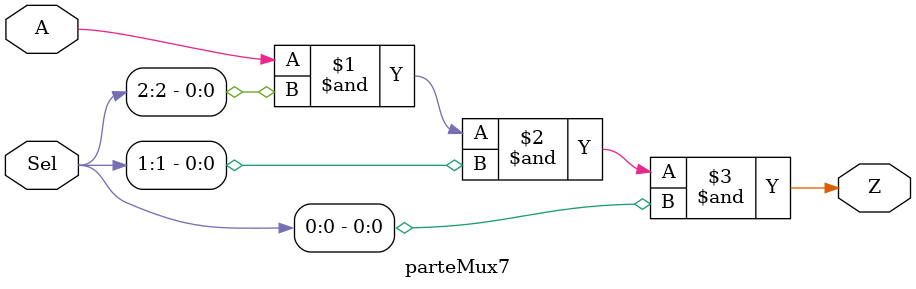
<source format=v>
module parteMux7(Z, Sel, A);
	
	input A;
	input [2:0]Sel;
	output Z;
	
	wire [2:0]Nsel;
	
	not (Nsel[0], Sel[0]);
	not (Nsel[1], Sel[1]);
	not (Nsel[2], Sel[2]);
	
	and (Z, A, Sel[2], Sel[1], Sel[0]);
endmodule
</source>
